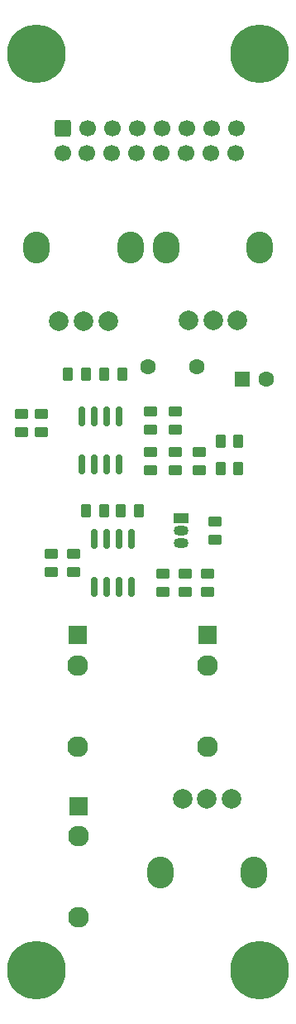
<source format=gbr>
%TF.GenerationSoftware,KiCad,Pcbnew,(6.0.0-0)*%
%TF.CreationDate,2022-12-05T16:43:45-05:00*%
%TF.ProjectId,LFO,4c464f2e-6b69-4636-9164-5f7063625858,rev?*%
%TF.SameCoordinates,Original*%
%TF.FileFunction,Soldermask,Bot*%
%TF.FilePolarity,Negative*%
%FSLAX46Y46*%
G04 Gerber Fmt 4.6, Leading zero omitted, Abs format (unit mm)*
G04 Created by KiCad (PCBNEW (6.0.0-0)) date 2022-12-05 16:43:45*
%MOMM*%
%LPD*%
G01*
G04 APERTURE LIST*
G04 Aperture macros list*
%AMRoundRect*
0 Rectangle with rounded corners*
0 $1 Rounding radius*
0 $2 $3 $4 $5 $6 $7 $8 $9 X,Y pos of 4 corners*
0 Add a 4 corners polygon primitive as box body*
4,1,4,$2,$3,$4,$5,$6,$7,$8,$9,$2,$3,0*
0 Add four circle primitives for the rounded corners*
1,1,$1+$1,$2,$3*
1,1,$1+$1,$4,$5*
1,1,$1+$1,$6,$7*
1,1,$1+$1,$8,$9*
0 Add four rect primitives between the rounded corners*
20,1,$1+$1,$2,$3,$4,$5,0*
20,1,$1+$1,$4,$5,$6,$7,0*
20,1,$1+$1,$6,$7,$8,$9,0*
20,1,$1+$1,$8,$9,$2,$3,0*%
G04 Aperture macros list end*
%ADD10RoundRect,0.150000X0.150000X-0.825000X0.150000X0.825000X-0.150000X0.825000X-0.150000X-0.825000X0*%
%ADD11R,1.600000X1.600000*%
%ADD12C,1.600000*%
%ADD13RoundRect,0.250000X0.450000X-0.262500X0.450000X0.262500X-0.450000X0.262500X-0.450000X-0.262500X0*%
%ADD14RoundRect,0.250000X-0.450000X0.262500X-0.450000X-0.262500X0.450000X-0.262500X0.450000X0.262500X0*%
%ADD15RoundRect,0.250000X-0.262500X-0.450000X0.262500X-0.450000X0.262500X0.450000X-0.262500X0.450000X0*%
%ADD16RoundRect,0.250000X0.262500X0.450000X-0.262500X0.450000X-0.262500X-0.450000X0.262500X-0.450000X0*%
%ADD17R,1.500000X1.050000*%
%ADD18O,1.500000X1.050000*%
%ADD19C,1.700000*%
%ADD20RoundRect,0.250000X-0.600000X0.600000X-0.600000X-0.600000X0.600000X-0.600000X0.600000X0.600000X0*%
%ADD21O,2.720000X3.240000*%
%ADD22C,2.000000*%
%ADD23R,1.930000X1.830000*%
%ADD24C,2.130000*%
%ADD25C,6.000000*%
%ADD26C,0.800000*%
G04 APERTURE END LIST*
D10*
%TO.C,U3*%
X135255000Y-115505000D03*
X133985000Y-115505000D03*
X132715000Y-115505000D03*
X131445000Y-115505000D03*
X131445000Y-110555000D03*
X132715000Y-110555000D03*
X133985000Y-110555000D03*
X135255000Y-110555000D03*
%TD*%
%TO.C,U2*%
X133985000Y-102955500D03*
X132715000Y-102955500D03*
X131445000Y-102955500D03*
X130175000Y-102955500D03*
X130175000Y-98005500D03*
X131445000Y-98005500D03*
X132715000Y-98005500D03*
X133985000Y-98005500D03*
%TD*%
D11*
%TO.C,C2*%
X146558000Y-94234000D03*
D12*
X149058000Y-94234000D03*
%TD*%
D13*
%TO.C,R13*%
X143002000Y-115974500D03*
X143002000Y-114149500D03*
%TD*%
D14*
%TO.C,R3*%
X142200000Y-101703500D03*
X142200000Y-103528500D03*
%TD*%
D15*
%TO.C,R7*%
X130556000Y-93726000D03*
X128731000Y-93726000D03*
%TD*%
D14*
%TO.C,R2*%
X139700000Y-101703500D03*
X139700000Y-103528500D03*
%TD*%
D16*
%TO.C,R4*%
X132437500Y-93726000D03*
X134262500Y-93726000D03*
%TD*%
D14*
%TO.C,R9*%
X139700000Y-97536000D03*
X139700000Y-99361000D03*
%TD*%
%TO.C,R8*%
X137160000Y-97536000D03*
X137160000Y-99361000D03*
%TD*%
D13*
%TO.C,R15*%
X127000000Y-113942500D03*
X127000000Y-112117500D03*
%TD*%
%TO.C,R14*%
X129286000Y-113942500D03*
X129286000Y-112117500D03*
%TD*%
D14*
%TO.C,R1*%
X137160000Y-101703500D03*
X137160000Y-103528500D03*
%TD*%
%TO.C,R12*%
X143764000Y-110640500D03*
X143764000Y-108815500D03*
%TD*%
D17*
%TO.C,Q1*%
X140314000Y-108458000D03*
D18*
X140314000Y-109728000D03*
X140314000Y-110998000D03*
%TD*%
D15*
%TO.C,R17*%
X134112000Y-107696000D03*
X135937000Y-107696000D03*
%TD*%
%TO.C,R16*%
X130556000Y-107696000D03*
X132381000Y-107696000D03*
%TD*%
D13*
%TO.C,R19*%
X125984000Y-99615000D03*
X125984000Y-97790000D03*
%TD*%
%TO.C,R18*%
X123952000Y-99615000D03*
X123952000Y-97790000D03*
%TD*%
D15*
%TO.C,R5*%
X146160500Y-100584000D03*
X144335500Y-100584000D03*
%TD*%
D12*
%TO.C,C1*%
X136946000Y-92964000D03*
X141946000Y-92964000D03*
%TD*%
D14*
%TO.C,R11*%
X140716000Y-115974500D03*
X140716000Y-114149500D03*
%TD*%
%TO.C,R10*%
X138430000Y-114149500D03*
X138430000Y-115974500D03*
%TD*%
D15*
%TO.C,R6*%
X146160500Y-103378000D03*
X144335500Y-103378000D03*
%TD*%
D19*
%TO.C,U1*%
X145922000Y-71120000D03*
X145934000Y-68580000D03*
X143394000Y-68580000D03*
X143382000Y-71120000D03*
X140842000Y-71120000D03*
X140854000Y-68580000D03*
X138314000Y-68580000D03*
X138302000Y-71120000D03*
X135762000Y-71120000D03*
X135774000Y-68580000D03*
X133222000Y-71120000D03*
X133234000Y-68580000D03*
X130694000Y-68580000D03*
X130682000Y-71120000D03*
X128154000Y-71120000D03*
D20*
X128154000Y-68580000D03*
%TD*%
D21*
%TO.C,RV3*%
X138142000Y-144686000D03*
X147742000Y-144686000D03*
D22*
X145442000Y-137186000D03*
X142942000Y-137186000D03*
X140442000Y-137186000D03*
%TD*%
D21*
%TO.C,RV2*%
X135104000Y-80758000D03*
X125504000Y-80758000D03*
D22*
X127804000Y-88258000D03*
X130304000Y-88258000D03*
X132804000Y-88258000D03*
%TD*%
D21*
%TO.C,RV1*%
X148362500Y-80729000D03*
X138762500Y-80729000D03*
D22*
X141062500Y-88229000D03*
X143562500Y-88229000D03*
X146062500Y-88229000D03*
%TD*%
D23*
%TO.C,J3*%
X129734000Y-120426000D03*
D24*
X129734000Y-123526000D03*
X129734000Y-131826000D03*
%TD*%
D23*
%TO.C,J2*%
X143002000Y-120426000D03*
D24*
X143002000Y-123526000D03*
X143002000Y-131826000D03*
%TD*%
D23*
%TO.C,J1*%
X129794000Y-137876000D03*
D24*
X129794000Y-140976000D03*
X129794000Y-149276000D03*
%TD*%
D25*
%TO.C,H4*%
X148336000Y-60960000D03*
D26*
X150586000Y-60960000D03*
X149926990Y-62550990D03*
X148336000Y-63210000D03*
X146745010Y-62550990D03*
X146086000Y-60960000D03*
X146745010Y-59369010D03*
X148336000Y-58710000D03*
X149926990Y-59369010D03*
%TD*%
D25*
%TO.C,H3*%
X125476000Y-154686000D03*
D26*
X127726000Y-154686000D03*
X127066990Y-156276990D03*
X125476000Y-156936000D03*
X123885010Y-156276990D03*
X123226000Y-154686000D03*
X123885010Y-153095010D03*
X125476000Y-152436000D03*
X127066990Y-153095010D03*
%TD*%
D25*
%TO.C,H2*%
X148336000Y-154686000D03*
D26*
X150586000Y-154686000D03*
X149926990Y-156276990D03*
X148336000Y-156936000D03*
X146745010Y-156276990D03*
X146086000Y-154686000D03*
X146745010Y-153095010D03*
X148336000Y-152436000D03*
X149926990Y-153095010D03*
%TD*%
D25*
%TO.C,H1*%
X125476000Y-60960000D03*
D26*
X127726000Y-60960000D03*
X127066990Y-62550990D03*
X125476000Y-63210000D03*
X123885010Y-62550990D03*
X123226000Y-60960000D03*
X123885010Y-59369010D03*
X125476000Y-58710000D03*
X127066990Y-59369010D03*
%TD*%
M02*

</source>
